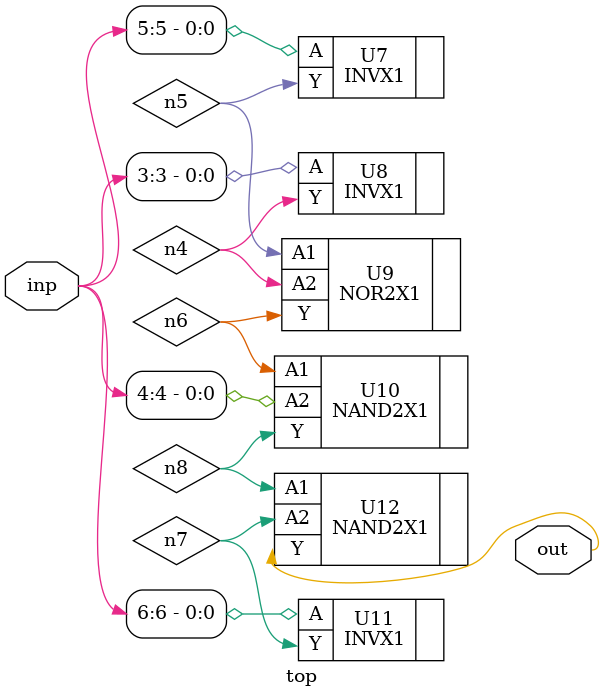
<source format=sv>


module top ( inp, out );
  input [6:0] inp;
  output out;
  wire   n4, n5, n6, n7, n8;

  INVX1 U7 ( .A(inp[5]), .Y(n5) );
  INVX1 U8 ( .A(inp[3]), .Y(n4) );
  NOR2X1 U9 ( .A1(n5), .A2(n4), .Y(n6) );
  NAND2X1 U10 ( .A1(n6), .A2(inp[4]), .Y(n8) );
  INVX1 U11 ( .A(inp[6]), .Y(n7) );
  NAND2X1 U12 ( .A1(n8), .A2(n7), .Y(out) );
endmodule


</source>
